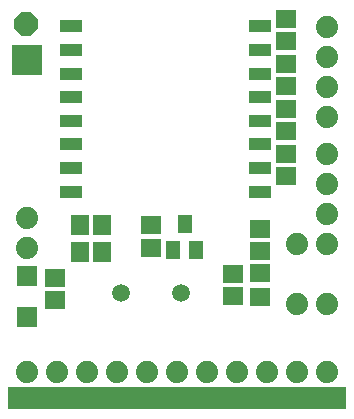
<source format=gts>
G75*
%MOIN*%
%OFA0B0*%
%FSLAX25Y25*%
%IPPOS*%
%LPD*%
%AMOC8*
5,1,8,0,0,1.08239X$1,22.5*
%
%ADD10R,0.10000X0.10000*%
%ADD11R,1.12500X0.07500*%
%ADD12C,0.05950*%
%ADD13R,0.06706X0.05918*%
%ADD14R,0.06706X0.06706*%
%ADD15R,0.05918X0.06706*%
%ADD16C,0.07400*%
%ADD17OC8,0.07800*%
%ADD18R,0.07099X0.05918*%
%ADD19R,0.07400X0.04000*%
%ADD20R,0.04737X0.06312*%
D10*
X0033845Y0138933D03*
D11*
X0083845Y0026433D03*
D12*
X0085095Y0061433D03*
X0065095Y0061433D03*
D13*
X0075095Y0076443D03*
X0075095Y0083923D03*
X0102595Y0067673D03*
X0102595Y0060193D03*
X0111345Y0075193D03*
X0111345Y0082673D03*
X0120095Y0100193D03*
X0120095Y0107673D03*
X0120095Y0115193D03*
X0120095Y0122673D03*
X0120095Y0130193D03*
X0120095Y0137673D03*
X0120095Y0145193D03*
X0120095Y0152673D03*
X0043220Y0066423D03*
X0043220Y0058943D03*
D14*
X0033845Y0053293D03*
X0033845Y0067073D03*
D15*
X0051355Y0075183D03*
X0058835Y0075183D03*
X0058835Y0083933D03*
X0051355Y0083933D03*
D16*
X0033845Y0035183D03*
X0043845Y0035183D03*
X0053845Y0035183D03*
X0063845Y0035183D03*
X0073845Y0035183D03*
X0083845Y0035183D03*
X0093845Y0035183D03*
X0103845Y0035183D03*
X0113845Y0035183D03*
X0123845Y0035183D03*
X0133845Y0035183D03*
X0133845Y0057683D03*
X0123845Y0057683D03*
X0123845Y0077683D03*
X0133845Y0077683D03*
X0133845Y0087683D03*
X0133845Y0097683D03*
X0133845Y0107683D03*
X0133845Y0120183D03*
X0133845Y0130183D03*
X0133845Y0140183D03*
X0133845Y0150183D03*
X0033845Y0086433D03*
X0033845Y0076433D03*
D17*
X0033599Y0151074D03*
D18*
X0111345Y0067870D03*
X0111345Y0059996D03*
D19*
X0111591Y0095124D03*
X0111591Y0102998D03*
X0111591Y0110872D03*
X0111591Y0118746D03*
X0111591Y0126620D03*
X0111591Y0134494D03*
X0111591Y0142368D03*
X0111591Y0150242D03*
X0048599Y0150242D03*
X0048599Y0142368D03*
X0048599Y0134494D03*
X0048599Y0126620D03*
X0048599Y0118746D03*
X0048599Y0110872D03*
X0048599Y0102998D03*
X0048599Y0095124D03*
D20*
X0082605Y0075852D03*
X0090085Y0075852D03*
X0086345Y0084514D03*
M02*

</source>
